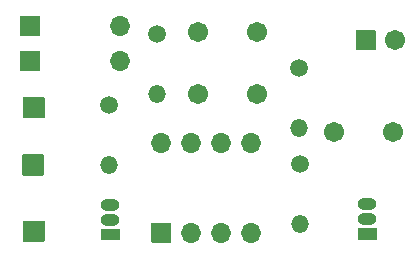
<source format=gbr>
G04 #@! TF.GenerationSoftware,KiCad,Pcbnew,(5.1.9)-1*
G04 #@! TF.CreationDate,2021-05-20T18:11:05+02:00*
G04 #@! TF.ProjectId,ZX81 Composite,5a583831-2043-46f6-9d70-6f736974652e,rev?*
G04 #@! TF.SameCoordinates,Original*
G04 #@! TF.FileFunction,Soldermask,Top*
G04 #@! TF.FilePolarity,Negative*
%FSLAX46Y46*%
G04 Gerber Fmt 4.6, Leading zero omitted, Abs format (unit mm)*
G04 Created by KiCad (PCBNEW (5.1.9)-1) date 2021-05-20 18:11:05*
%MOMM*%
%LPD*%
G01*
G04 APERTURE LIST*
%ADD10C,1.502000*%
%ADD11O,1.502000X1.502000*%
%ADD12O,1.602000X1.002000*%
%ADD13O,1.702000X1.702000*%
%ADD14C,1.702000*%
G04 APERTURE END LIST*
D10*
X63110000Y-51580000D03*
D11*
X63110000Y-56660000D03*
D12*
X63220600Y-61290200D03*
X63220600Y-60020200D03*
G36*
G01*
X62470600Y-62059200D02*
X63970600Y-62059200D01*
G75*
G02*
X64021600Y-62110200I0J-51000D01*
G01*
X64021600Y-63010200D01*
G75*
G02*
X63970600Y-63061200I-51000J0D01*
G01*
X62470600Y-63061200D01*
G75*
G02*
X62419600Y-63010200I0J51000D01*
G01*
X62419600Y-62110200D01*
G75*
G02*
X62470600Y-62059200I51000J0D01*
G01*
G37*
D13*
X64058800Y-44907200D03*
G36*
G01*
X55587800Y-45707200D02*
X55587800Y-44107200D01*
G75*
G02*
X55638800Y-44056200I51000J0D01*
G01*
X57238800Y-44056200D01*
G75*
G02*
X57289800Y-44107200I0J-51000D01*
G01*
X57289800Y-45707200D01*
G75*
G02*
X57238800Y-45758200I-51000J0D01*
G01*
X55638800Y-45758200D01*
G75*
G02*
X55587800Y-45707200I0J51000D01*
G01*
G37*
G36*
G01*
X55587800Y-48653600D02*
X55587800Y-47053600D01*
G75*
G02*
X55638800Y-47002600I51000J0D01*
G01*
X57238800Y-47002600D01*
G75*
G02*
X57289800Y-47053600I0J-51000D01*
G01*
X57289800Y-48653600D01*
G75*
G02*
X57238800Y-48704600I-51000J0D01*
G01*
X55638800Y-48704600D01*
G75*
G02*
X55587800Y-48653600I0J51000D01*
G01*
G37*
X64058800Y-47853600D03*
G36*
G01*
X55868000Y-63130800D02*
X55868000Y-61430800D01*
G75*
G02*
X55919000Y-61379800I51000J0D01*
G01*
X57619000Y-61379800D01*
G75*
G02*
X57670000Y-61430800I0J-51000D01*
G01*
X57670000Y-63130800D01*
G75*
G02*
X57619000Y-63181800I-51000J0D01*
G01*
X55919000Y-63181800D01*
G75*
G02*
X55868000Y-63130800I0J51000D01*
G01*
G37*
G36*
G01*
X55791800Y-57517400D02*
X55791800Y-55817400D01*
G75*
G02*
X55842800Y-55766400I51000J0D01*
G01*
X57542800Y-55766400D01*
G75*
G02*
X57593800Y-55817400I0J-51000D01*
G01*
X57593800Y-57517400D01*
G75*
G02*
X57542800Y-57568400I-51000J0D01*
G01*
X55842800Y-57568400D01*
G75*
G02*
X55791800Y-57517400I0J51000D01*
G01*
G37*
G36*
G01*
X55868000Y-52666000D02*
X55868000Y-50966000D01*
G75*
G02*
X55919000Y-50915000I51000J0D01*
G01*
X57619000Y-50915000D01*
G75*
G02*
X57670000Y-50966000I0J-51000D01*
G01*
X57670000Y-52666000D01*
G75*
G02*
X57619000Y-52717000I-51000J0D01*
G01*
X55919000Y-52717000D01*
G75*
G02*
X55868000Y-52666000I0J51000D01*
G01*
G37*
G36*
G01*
X84263800Y-62008400D02*
X85763800Y-62008400D01*
G75*
G02*
X85814800Y-62059400I0J-51000D01*
G01*
X85814800Y-62959400D01*
G75*
G02*
X85763800Y-63010400I-51000J0D01*
G01*
X84263800Y-63010400D01*
G75*
G02*
X84212800Y-62959400I0J51000D01*
G01*
X84212800Y-62059400D01*
G75*
G02*
X84263800Y-62008400I51000J0D01*
G01*
G37*
D12*
X85013800Y-59969400D03*
X85013800Y-61239400D03*
D14*
X87361400Y-46126400D03*
G36*
G01*
X84010400Y-46926400D02*
X84010400Y-45326400D01*
G75*
G02*
X84061400Y-45275400I51000J0D01*
G01*
X85661400Y-45275400D01*
G75*
G02*
X85712400Y-45326400I0J-51000D01*
G01*
X85712400Y-46926400D01*
G75*
G02*
X85661400Y-46977400I-51000J0D01*
G01*
X84061400Y-46977400D01*
G75*
G02*
X84010400Y-46926400I0J51000D01*
G01*
G37*
X75637400Y-45440600D03*
X70637400Y-45440600D03*
X82194400Y-53873400D03*
X87194400Y-53873400D03*
D10*
X79248000Y-48437800D03*
D11*
X79248000Y-53517800D03*
X79324200Y-61696600D03*
D10*
X79324200Y-56616600D03*
X67233800Y-45618400D03*
D11*
X67233800Y-50698400D03*
D14*
X75688200Y-50622200D03*
X70688200Y-50622200D03*
D13*
X67564000Y-54787800D03*
X75184000Y-62407800D03*
X70104000Y-54787800D03*
X72644000Y-62407800D03*
X72644000Y-54787800D03*
X70104000Y-62407800D03*
X75184000Y-54787800D03*
G36*
G01*
X68364000Y-63258800D02*
X66764000Y-63258800D01*
G75*
G02*
X66713000Y-63207800I0J51000D01*
G01*
X66713000Y-61607800D01*
G75*
G02*
X66764000Y-61556800I51000J0D01*
G01*
X68364000Y-61556800D01*
G75*
G02*
X68415000Y-61607800I0J-51000D01*
G01*
X68415000Y-63207800D01*
G75*
G02*
X68364000Y-63258800I-51000J0D01*
G01*
G37*
M02*

</source>
